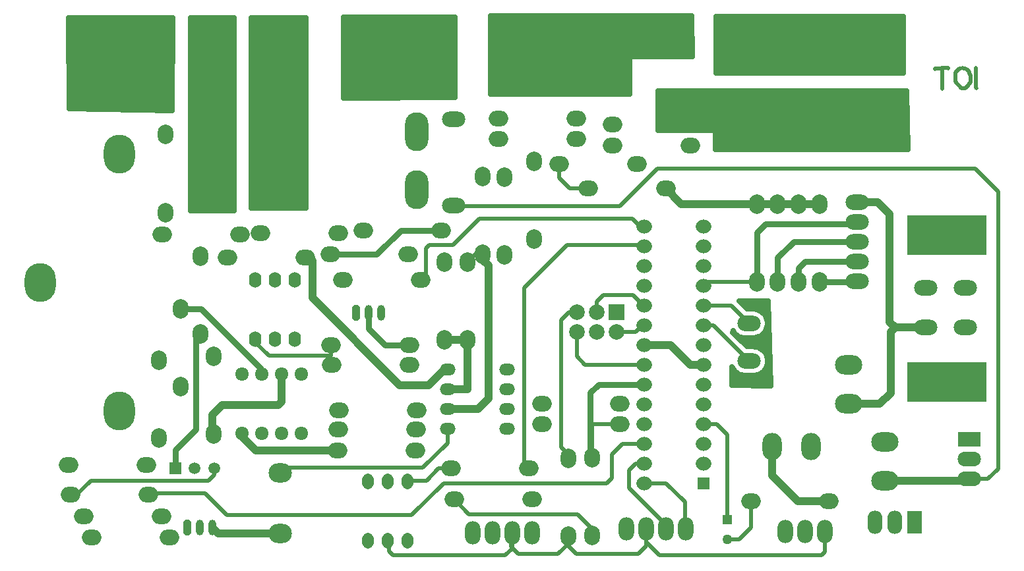
<source format=gbr>
G04 DipTrace 3.3.1.0*
G04 Top.gbr*
%MOIN*%
G04 #@! TF.FileFunction,Copper,L1,Top*
G04 #@! TF.Part,Single*
%AMOUTLINE0*
4,1,20,
0.0,0.035433,
0.012166,0.033699,
0.023141,0.028666,
0.031851,0.020827,
0.037443,0.010949,
0.03937,0.0,
0.037443,-0.010949,
0.031851,-0.020827,
0.023141,-0.028666,
0.012166,-0.033699,
0.0,-0.035433,
-0.012166,-0.033699,
-0.023141,-0.028666,
-0.031851,-0.020827,
-0.037443,-0.010949,
-0.03937,0.0,
-0.037443,0.010949,
-0.031851,0.020827,
-0.023141,0.028666,
-0.012166,0.033699,
0.0,0.035433,
0*%
%AMOUTLINE3*
4,1,8,
0.019685,0.029528,
0.009843,0.03937,
-0.009843,0.03937,
-0.019685,0.029528,
-0.019685,-0.029528,
-0.009843,-0.03937,
0.009843,-0.03937,
0.019685,-0.029528,
0.019685,0.029528,
0*%
%AMOUTLINE6*
4,1,20,
0.0,0.03937,
0.009733,0.037443,
0.018513,0.031851,
0.025481,0.023141,
0.029955,0.012166,
0.031496,0.0,
0.029955,-0.012166,
0.025481,-0.023141,
0.018513,-0.031851,
0.009733,-0.037443,
0.0,-0.03937,
-0.009733,-0.037443,
-0.018513,-0.031851,
-0.025481,-0.023141,
-0.029955,-0.012166,
-0.031496,0.0,
-0.029955,0.012166,
-0.025481,0.023141,
-0.018513,0.031851,
-0.009733,0.037443,
0.0,0.03937,
0*%
G04 #@! TA.AperFunction,Conductor*
%ADD14C,0.03937*%
%ADD15C,0.019685*%
%ADD16C,0.031496*%
G04 #@! TA.AperFunction,CopperBalancing*
%ADD21C,0.025*%
G04 #@! TA.AperFunction,ComponentPad*
%ADD22R,0.062992X0.062992*%
%ADD25O,0.11811X0.07874*%
%ADD26C,0.05*%
%ADD27R,0.05X0.05*%
%ADD28O,0.07874X0.11811*%
%ADD29R,0.07874X0.07874*%
%ADD30C,0.07874*%
%ADD31O,0.11811X0.098425*%
%ADD32O,0.03937X0.07874*%
%ADD34O,0.07874X0.098425*%
%ADD35O,0.098425X0.07874*%
%ADD36R,0.059055X0.059055*%
%ADD37C,0.059055*%
%ADD38O,0.137795X0.07874*%
%ADD40O,0.11811X0.19685*%
%ADD41R,0.200787X0.200787*%
%ADD42O,0.15748X0.19685*%
%ADD43O,0.070866X0.066929*%
%ADD44O,0.062992X0.07874*%
%ADD45R,0.11811X0.074803*%
%ADD46O,0.11811X0.074803*%
%ADD47R,0.074803X0.11811*%
%ADD48O,0.074803X0.11811*%
%ADD49O,0.098425X0.137795*%
%ADD50O,0.137795X0.098425*%
%ADD51O,0.07874X0.059055*%
%ADD122OUTLINE0*%
%ADD125OUTLINE3*%
%ADD128OUTLINE6*%
%FSLAX26Y26*%
G04*
G70*
G90*
G75*
G01*
G04 Top*
%LPD*%
X4771654Y807087D2*
D14*
X5187008D1*
X5195669Y815748D1*
X2558661Y1070866D2*
D15*
Y998425D1*
X2434252Y874016D1*
X1713780D1*
Y846457D1*
X5195669Y815748D2*
X5290945D1*
X5342520Y867323D1*
Y2269685D1*
X5226378Y2385827D1*
X3620079D1*
X3431102Y2196850D1*
X2595669D1*
X2591732Y2200787D1*
X4199606Y980315D2*
D14*
Y834646D1*
X4329528Y704724D1*
X4486220D1*
X1308661Y1551181D2*
D16*
X1288189D1*
Y1068110D1*
X1182677Y962598D1*
Y870079D1*
X2258268Y503150D2*
D15*
X2262598D1*
Y449213D1*
X2282677Y429134D1*
X2849606D1*
X2885827Y465354D1*
Y543307D1*
X4440551Y2208661D2*
D14*
X4334252D1*
X4227953D2*
X4334252D1*
X4122441D2*
X4227953D1*
X4122441D2*
X3740945D1*
X3662205Y2287402D1*
X3168504Y527559D2*
D15*
Y488583D1*
X3116929Y437008D1*
X2918110D1*
X2880709Y474409D1*
Y543307D1*
X2885827D1*
X3562992Y562992D2*
Y475984D1*
X3524016Y437008D1*
X3208661D1*
X3168504Y477165D1*
Y527559D1*
X3853543Y1395276D2*
D14*
X3785827D1*
X3685827Y1495276D1*
X3553543D1*
X3562992Y562992D2*
D15*
Y497244D1*
X3631102Y429134D1*
X4450394D1*
X4467323Y446063D1*
Y551181D1*
X3414173Y1561417D2*
X3509055D1*
X3542913Y1595276D1*
X3553543D1*
X2971654Y870079D2*
X2995669D1*
Y874016D1*
X2946457D1*
Y1784646D1*
X3161811Y2000000D1*
X3548819D1*
X3553543Y1995276D1*
X4587402Y1196850D2*
D14*
X4744094D1*
X4799213Y1251969D1*
Y1560236D1*
X4822441Y1583465D1*
X4975591D1*
X3290157Y531496D2*
D15*
Y562992D1*
X3215354Y637795D1*
X2668110D1*
X2593307Y712598D1*
X4631102Y2217323D2*
D14*
X4733465D1*
X4794488Y2156299D1*
Y1611417D1*
X4822441Y1583465D1*
X652362Y736220D2*
D15*
X684252D1*
X755118Y807087D1*
X1350394D1*
X1379528Y836220D1*
Y870079D1*
X3214173Y1561417D2*
Y1435827D1*
X3254724Y1395276D1*
X3553543D1*
X3290157Y925197D2*
Y1094488D1*
X3429134D1*
X3553543Y1295276D2*
D16*
X3322441D1*
X3281496Y1254331D1*
Y933858D1*
X3290157Y925197D1*
X3974409Y611811D2*
D15*
Y1040157D1*
X3919291Y1095276D1*
X3853543D1*
X4631102Y2117323D2*
D16*
Y2106299D1*
X4165354D1*
X4122441Y2063386D1*
Y1814961D1*
D15*
X3873228D1*
X3853543Y1795276D1*
X4227953Y1814961D2*
D16*
Y1936614D1*
X4308661Y2017323D1*
X4631102D1*
X3268504Y2287402D2*
D15*
X3175984D1*
X3123622Y2339764D1*
Y2409449D1*
X2159056Y1657503D2*
D16*
Y1575590D1*
X2242520Y1492126D1*
X2365354D1*
X4092520Y704724D2*
D15*
Y570079D1*
X4034252Y511811D1*
X3974409D1*
X5061024Y2791339D2*
Y2890551D1*
X5057874Y2893701D1*
X5022047D1*
Y2890945D1*
X5057874Y2893701D2*
X5055459Y2896115D1*
X5090892D1*
X5088478Y2893701D1*
X1713780Y539370D2*
D14*
X1400425D1*
X1368898Y570896D1*
X2525591Y2074803D2*
D16*
X2323622D1*
X2201575Y1952756D1*
X1966142D1*
X2660236Y1519685D2*
D14*
X2543701D1*
X2660236D2*
Y1270866D1*
X2558661D1*
Y1370866D2*
X2543701D1*
X2464173Y1291339D1*
X2318110D1*
X1875984Y1733465D1*
Y1920866D1*
X1846457Y1950394D1*
Y1937008D1*
X1840551D1*
X2660236Y1913386D2*
D15*
Y1915748D1*
X2705118Y1960630D1*
X2729528D1*
X2737402Y1952756D1*
X2558661Y1170866D2*
D14*
X2711811D1*
X2765748Y1224803D1*
Y1895669D1*
X2737402Y1924016D1*
Y1952756D1*
X4334252Y1814961D2*
D16*
Y1884646D1*
X4366929Y1917323D1*
X4631102D1*
X4440551Y1814961D2*
X4628740D1*
X4631102Y1817323D1*
X1209843Y1677165D2*
X1314567D1*
X1617717Y1374016D1*
Y1349606D1*
X1620866Y1346457D1*
X1375591Y1043307D2*
D14*
X1371260D1*
Y1139764D1*
X1420472Y1188976D1*
X1701969D1*
X1720866Y1207874D1*
Y1346457D1*
X2004331Y960630D2*
X1589370D1*
X1520866Y1029134D1*
Y1046457D1*
X1971654Y1492126D2*
D15*
Y1440945D1*
X1655512D1*
X1587795Y1508661D1*
Y1522835D1*
X2358268Y803150D2*
Y807087D1*
X2451969D1*
X2514961Y870079D1*
X2577953D1*
X3853543Y1695276D2*
X3992362D1*
X4084252Y1603386D1*
X3853543Y1595276D2*
X3902362D1*
X4084252Y1413386D1*
X5152756Y2893701D2*
X5146457D1*
X5125197Y2872441D1*
Y2825591D1*
X5155512Y2795276D1*
X5176772D1*
X5192913Y2811417D1*
Y2814173D1*
X5201969Y2823228D1*
Y2860236D1*
X5196457Y2865748D1*
Y2877165D1*
X5183858Y2889764D1*
X5179528D1*
X5175591Y2893701D1*
X5166142D1*
X5162205Y2897638D1*
X5231496D2*
Y2797244D1*
X5233465Y2795276D1*
X1046063Y736220D2*
Y744094D1*
X1333071D1*
X1443307Y633858D1*
X2377165D1*
X2538583Y795276D1*
X3364961D1*
X3390551Y820866D1*
Y941339D1*
X3444488Y995276D1*
X3553543D1*
Y2095276D2*
X3532677D1*
X3494094Y2133858D1*
X2719685D1*
X2585827Y2000000D1*
X2467323D1*
X2450000Y1982677D1*
Y1822835D1*
X2424803D1*
X3214173Y1661417D2*
X3174409D1*
X3132677Y1619685D1*
Y977165D1*
X3168504Y941339D1*
Y921260D1*
X3553543Y1695276D2*
X3548425D1*
X3495669Y1748031D1*
X3347638D1*
X3314173Y1714567D1*
Y1661417D1*
X3553543Y795276D2*
X3662598D1*
X3759055Y698819D1*
Y566929D1*
X3762992Y562992D1*
X3553543Y895276D2*
X3510630D1*
X3476772Y861417D1*
Y769685D1*
X3662992Y583465D1*
Y562992D1*
X1569743Y3124049D2*
D21*
X1841697D1*
X1569743Y3099180D2*
X1841697D1*
X1569743Y3074311D2*
X1841697D1*
X1569743Y3049442D2*
X1841697D1*
X1569743Y3024573D2*
X1841697D1*
X1569743Y2999705D2*
X1841697D1*
X1569743Y2974836D2*
X1841697D1*
X1569743Y2949967D2*
X1841697D1*
X1569743Y2925098D2*
X1841697D1*
X1569743Y2900230D2*
X1841697D1*
X1569743Y2875361D2*
X1841697D1*
X1569743Y2850492D2*
X1841697D1*
X1569743Y2825623D2*
X1841697D1*
X1569743Y2800755D2*
X1841697D1*
X1569743Y2775886D2*
X1841697D1*
X1569743Y2751017D2*
X1841697D1*
X1569743Y2726148D2*
X1841697D1*
X1569743Y2701280D2*
X1841697D1*
X1569743Y2676411D2*
X1841697D1*
X1569743Y2651542D2*
X1841697D1*
X1569743Y2626673D2*
X1841697D1*
X1569743Y2601804D2*
X1841697D1*
X1569743Y2576936D2*
X1841697D1*
X1569743Y2552067D2*
X1841697D1*
X1569743Y2527198D2*
X1841697D1*
X1569743Y2502329D2*
X1841697D1*
X1569743Y2477461D2*
X1841697D1*
X1569743Y2452592D2*
X1841697D1*
X1569743Y2427723D2*
X1841697D1*
X1569743Y2402854D2*
X1841697D1*
X1569743Y2377986D2*
X1841697D1*
X1569743Y2353117D2*
X1841697D1*
X1569743Y2328248D2*
X1841697D1*
X1569743Y2303379D2*
X1841697D1*
X1569743Y2278510D2*
X1841697D1*
X1569743Y2253642D2*
X1841697D1*
X1569743Y2228773D2*
X1841697D1*
X1569743Y2203904D2*
X1841697D1*
X1844169Y3148917D2*
X1567215D1*
X1567224Y2185762D1*
X1844202Y2185728D1*
X1844193Y3148883D1*
X1262262Y3124049D2*
X1479098D1*
X1262262Y3099180D2*
X1479098D1*
X1262262Y3074311D2*
X1479098D1*
X1262262Y3049442D2*
X1479098D1*
X1262262Y3024573D2*
X1479098D1*
X1262262Y2999705D2*
X1479098D1*
X1262262Y2974836D2*
X1479098D1*
X1262262Y2949967D2*
X1479098D1*
X1262262Y2925098D2*
X1479098D1*
X1262262Y2900230D2*
X1479098D1*
X1262262Y2875361D2*
X1479098D1*
X1262262Y2850492D2*
X1479098D1*
X1262262Y2825623D2*
X1479098D1*
X1262262Y2800755D2*
X1479098D1*
X1262262Y2775886D2*
X1479098D1*
X1262262Y2751017D2*
X1479098D1*
X1262262Y2726148D2*
X1479098D1*
X1262262Y2701280D2*
X1479098D1*
X1262262Y2676411D2*
X1479098D1*
X1262262Y2651542D2*
X1479098D1*
X1262262Y2626673D2*
X1479098D1*
X1262262Y2601804D2*
X1479098D1*
X1262262Y2576936D2*
X1479098D1*
X1262262Y2552067D2*
X1479098D1*
X1262262Y2527198D2*
X1479098D1*
X1262262Y2502329D2*
X1479098D1*
X1262262Y2477461D2*
X1479098D1*
X1262262Y2452592D2*
X1479098D1*
X1262262Y2427723D2*
X1479098D1*
X1262262Y2402854D2*
X1479098D1*
X1262262Y2377986D2*
X1479098D1*
X1262262Y2353117D2*
X1479098D1*
X1262262Y2328248D2*
X1479098D1*
X1262262Y2303379D2*
X1479098D1*
X1262262Y2278510D2*
X1479098D1*
X1262262Y2253642D2*
X1479098D1*
X1262262Y2228773D2*
X1479098D1*
X1262262Y2203904D2*
X1479098D1*
X1262262Y2179035D2*
X1479098D1*
X1481571Y3148917D2*
X1259735D1*
X1259744Y2173920D1*
X1481604Y2173917D1*
X1481594Y3148915D1*
X2034811Y3127986D2*
X2594449D1*
X2034919Y3103117D2*
X2594449D1*
X2034990Y3078248D2*
X2594449D1*
X2035097Y3053379D2*
X2594449D1*
X2035169Y3028510D2*
X2594449D1*
X2035277Y3003642D2*
X2594449D1*
X2035349Y2978773D2*
X2594449D1*
X2035457Y2953904D2*
X2594449D1*
X2035529Y2929035D2*
X2594449D1*
X2035636Y2904167D2*
X2594449D1*
X2035707Y2879298D2*
X2594449D1*
X2035815Y2854429D2*
X2594449D1*
X2035887Y2829560D2*
X2594449D1*
X2035995Y2804692D2*
X2594449D1*
X2036067Y2779823D2*
X2594449D1*
X2036175Y2754954D2*
X2594449D1*
X2036171Y2744783D2*
X2596955Y2748635D1*
X2596949Y3152871D1*
X2032252Y3152854D1*
X2033702Y2744517D1*
X2035953Y2744781D1*
X646264Y3124049D2*
X1165999D1*
X646371Y3099180D2*
X1165891D1*
X646444Y3074311D2*
X1165819D1*
X646551Y3049442D2*
X1165747D1*
X646659Y3024573D2*
X1165676D1*
X646766Y2999705D2*
X1165568D1*
X646874Y2974836D2*
X1165496D1*
X646946Y2949967D2*
X1165424D1*
X647054Y2925098D2*
X1165353D1*
X647161Y2900230D2*
X1165281D1*
X647269Y2875361D2*
X1165173D1*
X647377Y2850492D2*
X1165101D1*
X647484Y2825623D2*
X1165029D1*
X647555Y2800755D2*
X1164958D1*
X647663Y2775886D2*
X1164886D1*
X647770Y2751017D2*
X1164778D1*
X647879Y2726148D2*
X1164706D1*
X647987Y2701280D2*
X1164635D1*
X1168579Y3148917D2*
X643665D1*
X645521Y2689487D1*
X1167045Y2681972D1*
X1168562Y3148921D1*
X2777617Y3135860D2*
X3792409D1*
X2777617Y3110991D2*
X3792625D1*
X2777617Y3086122D2*
X3792840D1*
X2777617Y3061253D2*
X3793020D1*
X2777617Y3036385D2*
X3793235D1*
X2777617Y3011516D2*
X3793450D1*
X2777617Y2986647D2*
X3793665D1*
X2777617Y2961778D2*
X3793881D1*
X2777617Y2936909D2*
X3476772D1*
X2777617Y2912041D2*
X3477022D1*
X2777617Y2887172D2*
X3477274D1*
X2777617Y2862303D2*
X3477562D1*
X2777617Y2837434D2*
X3477812D1*
X2777617Y2812566D2*
X3478063D1*
X2777617Y2787697D2*
X3478315D1*
X3794706Y3160728D2*
X2775093D1*
X2775098Y2764471D1*
X3481035Y2764469D1*
X3479261Y2941795D1*
X3479804Y2944684D1*
X3481007Y2947365D1*
X3482802Y2949692D1*
X3485091Y2951534D1*
X3487745Y2952793D1*
X3490622Y2953395D1*
X3796425Y2953445D1*
X3794693Y3160693D1*
X3624861Y2753970D2*
X4878892D1*
X3624861Y2729101D2*
X4879287D1*
X3624861Y2704232D2*
X4879718D1*
X3624861Y2679364D2*
X4880113D1*
X3624861Y2654495D2*
X4880508D1*
X3624861Y2629626D2*
X4880903D1*
X3624861Y2604757D2*
X4881298D1*
X3624861Y2579888D2*
X4881692D1*
X3915845Y2555020D2*
X4882087D1*
X3915953Y2530151D2*
X4882482D1*
X3916060Y2505282D2*
X4882912D1*
X4880999Y2778839D2*
X3622325D1*
X3622343Y2579442D1*
X3902743Y2579276D1*
X3905571Y2578478D1*
X3908135Y2577042D1*
X3910293Y2575047D1*
X3911925Y2572604D1*
X3912942Y2569848D1*
X3913249Y2567906D1*
X3913630Y2484915D1*
X4885735Y2484941D1*
X4881007Y2778831D1*
X3918633Y3131923D2*
X4862446D1*
X3918705Y3107054D2*
X4862411D1*
X3918777Y3082185D2*
X4862339D1*
X3918812Y3057316D2*
X4862268D1*
X3918885Y3032448D2*
X4862196D1*
X3918955Y3007579D2*
X4862160D1*
X3919028Y2982710D2*
X4862088D1*
X3919063Y2957841D2*
X4862016D1*
X3919135Y2932972D2*
X4861945D1*
X3919207Y2908104D2*
X4861908D1*
X3919280Y2883235D2*
X4861837D1*
X4865035Y3156791D2*
X3916042D1*
X3916799Y2870803D1*
X4864269Y2870768D1*
X4865028Y3156819D1*
X4060022Y1690978D2*
X4179253D1*
X4142915Y1666109D2*
X4179864D1*
X4168322Y1641240D2*
X4180510D1*
X4169003Y1566634D2*
X4182375D1*
X4144745Y1541765D2*
X4183022D1*
X4044091Y1516896D2*
X4183631D1*
X4068958Y1492028D2*
X4184278D1*
X4155152Y1467159D2*
X4184887D1*
X4172987Y1442290D2*
X4185534D1*
X4175929Y1392552D2*
X4186740D1*
X4162795Y1367684D2*
X4187400D1*
X4000096Y1342815D2*
X4045227D1*
X4123286D2*
X4188009D1*
X3999594Y1317946D2*
X4188656D1*
X3999127Y1293077D2*
X4189265D1*
X4064589Y1340832D2*
X4053217Y1341724D1*
X4042146Y1344382D1*
X4031627Y1348739D1*
X4021920Y1354688D1*
X4013262Y1362081D1*
X4005869Y1370739D1*
X3999920Y1380446D1*
X3998364Y1383822D1*
X3996597Y1291799D1*
X4191925Y1288320D1*
X4181118Y1715829D1*
X4032654Y1715846D1*
X4072546Y1675942D1*
X4109630Y1675718D1*
X4120874Y1673936D1*
X4131702Y1670419D1*
X4141846Y1665249D1*
X4151058Y1658558D1*
X4159109Y1650507D1*
X4165801Y1641295D1*
X4170970Y1631151D1*
X4174487Y1620323D1*
X4176269Y1609079D1*
Y1597693D1*
X4174487Y1586449D1*
X4170970Y1575621D1*
X4165801Y1565476D1*
X4159109Y1556265D1*
X4151058Y1548214D1*
X4141846Y1541522D1*
X4131702Y1536353D1*
X4120874Y1532836D1*
X4109630Y1531054D1*
X4085564Y1530831D1*
X4064567D1*
X4053217Y1531724D1*
X4042146Y1534382D1*
X4031627Y1538739D1*
X4021920Y1544688D1*
X4013262Y1552081D1*
X4005869Y1560739D1*
X4001909Y1566894D1*
X4001711Y1556790D1*
X4072572Y1485916D1*
X4103937Y1485941D1*
X4115287Y1485047D1*
X4126358Y1482390D1*
X4136877Y1478033D1*
X4146584Y1472084D1*
X4155241Y1464690D1*
X4162635Y1456033D1*
X4168584Y1446325D1*
X4172941Y1435807D1*
X4175598Y1424736D1*
X4176492Y1413386D1*
X4175598Y1402035D1*
X4172941Y1390965D1*
X4168584Y1380446D1*
X4162635Y1370739D1*
X4155241Y1362081D1*
X4146584Y1354688D1*
X4136877Y1348739D1*
X4126358Y1344382D1*
X4115287Y1341724D1*
X4103937Y1340831D1*
X4064567Y1340866D1*
D22*
X3853543Y795276D3*
D122*
Y895276D3*
Y995276D3*
Y1095276D3*
Y1195276D3*
Y1295276D3*
Y1395276D3*
Y1495276D3*
Y1595276D3*
Y1695276D3*
Y1795276D3*
Y1895276D3*
Y1995276D3*
Y2095276D3*
X3553543D3*
Y1995276D3*
Y1895276D3*
Y1795276D3*
Y1695276D3*
Y1595276D3*
Y1495276D3*
Y1395276D3*
Y1295276D3*
Y1195276D3*
Y1095276D3*
Y995276D3*
Y895276D3*
Y795276D3*
D25*
X5175591Y1783465D3*
Y1583465D3*
X4975591D3*
Y1783465D3*
X2591732Y2200787D3*
Y2635827D3*
D26*
X3974409Y511811D3*
D27*
Y611811D3*
D28*
X3462992Y562992D3*
X3562992D3*
X3662992D3*
X3762992D3*
D25*
X4631102Y1917323D3*
Y2017323D3*
Y2117323D3*
Y2217323D3*
Y1817323D3*
D29*
X3414173Y1661417D3*
D30*
X3314173D3*
X3214173D3*
X3414173Y1561417D3*
X3314173D3*
X3214173D3*
D31*
X1713780Y846457D3*
Y539370D3*
D125*
X2096064Y1657503D3*
D32*
X2159056D3*
X2222048D3*
D125*
X1242914Y570896D3*
D32*
X1305906D3*
X1368898D3*
D34*
X1308661Y1551181D3*
Y1944882D3*
D35*
X2424803Y1822835D3*
X2031102D3*
D34*
X1209843Y1283465D3*
Y1677165D3*
D35*
X4486220Y704724D3*
X4092520D3*
X1037008Y885827D3*
X643307D3*
D34*
X1101575Y1417323D3*
Y1023622D3*
D35*
X1971654Y1492126D3*
X2365354D3*
X2366929Y1393701D3*
X1973228D3*
D34*
X1375591Y1043307D3*
Y1437008D3*
D35*
X652362Y736220D3*
X1046063D3*
X2971654Y870079D3*
X2577953D3*
X1152756Y519685D3*
X759055D3*
X3268504Y2287402D3*
X3662205D3*
X3788189Y2610236D3*
X3394488D3*
X3787795Y2503937D3*
X3394094D3*
X3517323Y2409449D3*
X3123622D3*
X3035433Y1094488D3*
X3429134D3*
X2816535Y2641732D3*
X3210236D3*
X3211417Y2535433D3*
X2817717D3*
D34*
X2997638Y2425197D3*
Y2031496D3*
D35*
X3430709Y1196850D3*
X3037008D3*
D34*
X3290157Y531496D3*
Y925197D3*
X4122441Y1814961D3*
Y2208661D3*
X4227953Y1814961D3*
Y2208661D3*
X4334252Y1814961D3*
Y2208661D3*
X4440551Y1814961D3*
Y2208661D3*
D35*
X1446850Y1937008D3*
X1840551D3*
D34*
X1132283Y2559055D3*
Y2165354D3*
D35*
X1115748Y2055118D3*
X1509449D3*
X1613386Y2059055D3*
X2007087D3*
D34*
X2737402Y1952756D3*
Y2346457D3*
D35*
X2131890Y2074803D3*
X2525591D3*
X1966142Y1952756D3*
X2359843D3*
D34*
X2543701Y1913386D3*
Y1519685D3*
X2660236D3*
Y1913386D3*
X2845276Y1948819D3*
Y2342520D3*
D35*
X719685Y625984D3*
X1113386D3*
D36*
X1182677Y870079D3*
D37*
X1281102D3*
X1379528D3*
D35*
X2398031Y960630D3*
X2004331D3*
X2593307Y712598D3*
X2987008D3*
X2009449Y1165354D3*
X2403150D3*
X2006693Y1066929D3*
X2400394D3*
D38*
X4785039Y2996063D3*
Y2720474D3*
D34*
X3168504Y921260D3*
Y527559D3*
D40*
X2401969Y2279528D3*
Y2574803D3*
X1614567Y2279528D3*
X1417717Y2285787D3*
X1614567Y2574803D3*
X1417717D3*
D41*
X1367717Y2854331D3*
Y3055118D3*
D42*
X898819Y1161417D3*
Y2460630D3*
X498819Y1811024D3*
D43*
X1820866Y1346457D3*
X1720866D3*
X1620866D3*
X1520866D3*
Y1046457D3*
X1620866D3*
X1720866D3*
X1820866D3*
D44*
X1787795Y1822835D3*
X1687795D3*
X1587795D3*
Y1522835D3*
X1687795D3*
X1787795D3*
D41*
X2483465Y2854331D3*
Y3055118D3*
X2132677Y2854331D3*
Y3055118D3*
D128*
X2358268Y803150D3*
X2258268D3*
X2158268D3*
Y503150D3*
X2258268D3*
X2358268D3*
D41*
X4981890Y1307087D3*
X5182677D3*
X4014567Y3059055D3*
X4215354D3*
D45*
X5195669Y1015748D3*
D46*
Y915748D3*
Y815748D3*
D47*
X4919291Y598425D3*
D48*
X4819291D3*
X4719291D3*
D49*
X4199606Y980315D3*
X4396457D3*
D50*
X4771654Y807087D3*
Y1003937D3*
D41*
X4217727Y2618110D3*
X4016940D3*
D50*
X4587402Y1393701D3*
Y1196850D3*
D41*
X4983071Y2051181D3*
X5183858D3*
D51*
X2858661Y1070866D3*
Y1170866D3*
Y1270866D3*
Y1370866D3*
X2558661D3*
Y1270866D3*
Y1170866D3*
Y1070866D3*
D38*
X3699213Y3019685D3*
Y2744096D3*
D41*
X2991339Y3057491D3*
Y2856703D3*
X3375984Y3057491D3*
Y2856703D3*
D28*
X4467323Y551181D3*
X4367323D3*
X4267323D3*
D41*
X1065354Y2854331D3*
Y3055118D3*
X738189Y2854331D3*
Y3055118D3*
X1691732Y3057491D3*
Y2856703D3*
D28*
X2685827Y543307D3*
X2785827D3*
X2885827D3*
X2985827D3*
D25*
X4084252Y1413386D3*
Y1603386D3*
M02*

</source>
